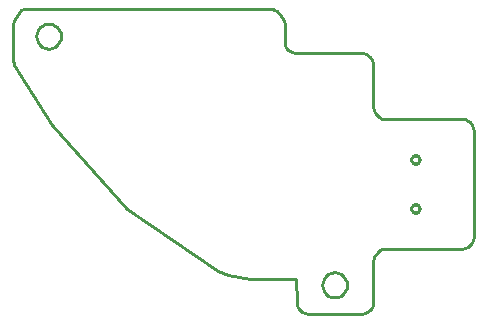
<source format=gbr>
G04 EAGLE Gerber RS-274X export*
G75*
%MOMM*%
%FSLAX34Y34*%
%LPD*%
%IN*%
%IPPOS*%
%AMOC8*
5,1,8,0,0,1.08239X$1,22.5*%
G01*
%ADD10C,0.254000*%


D10*
X234546Y428328D02*
X235227Y423151D01*
X267074Y372640D01*
X331288Y301229D01*
X408194Y249257D01*
X416555Y245760D01*
X435247Y242008D01*
X474292Y242008D01*
X474546Y222850D01*
X474887Y220262D01*
X475886Y217850D01*
X477475Y215779D01*
X479546Y214190D01*
X481958Y213191D01*
X484546Y212850D01*
X529546Y212850D01*
X532134Y213191D01*
X534546Y214190D01*
X536617Y215779D01*
X538206Y217850D01*
X539205Y220262D01*
X539546Y222850D01*
X539546Y257850D01*
X539850Y260159D01*
X540078Y260710D01*
X540344Y261171D01*
X543677Y265317D01*
X545270Y266773D01*
X545447Y266883D01*
X546958Y267509D01*
X549546Y267850D01*
X614546Y267850D01*
X617134Y268191D01*
X619546Y269190D01*
X621617Y270779D01*
X623206Y272850D01*
X624205Y275262D01*
X624546Y277850D01*
X624546Y367850D01*
X624205Y370438D01*
X623206Y372850D01*
X621617Y374921D01*
X619546Y376510D01*
X617134Y377509D01*
X614546Y377850D01*
X549546Y377850D01*
X546958Y378191D01*
X544546Y379190D01*
X542475Y380779D01*
X540886Y382850D01*
X539887Y385262D01*
X539546Y387850D01*
X539546Y422850D01*
X539205Y425438D01*
X538206Y427850D01*
X536617Y429921D01*
X533426Y432734D01*
X531014Y433733D01*
X530684Y433797D01*
X475684Y433797D01*
X472804Y433762D01*
X470392Y434761D01*
X467475Y435779D01*
X465886Y437850D01*
X464887Y440262D01*
X464546Y442850D01*
X464546Y457850D01*
X464205Y460438D01*
X463206Y462850D01*
X461617Y464921D01*
X457743Y469426D01*
X455331Y470425D01*
X454457Y470837D01*
X244457Y470837D01*
X243982Y470717D01*
X241570Y469718D01*
X237475Y464921D01*
X235886Y462850D01*
X234887Y460438D01*
X234546Y457850D01*
X234546Y428328D01*
X254046Y447850D02*
X254404Y445132D01*
X255453Y442600D01*
X257121Y440425D01*
X259296Y438757D01*
X261828Y437708D01*
X264546Y437350D01*
X267264Y437708D01*
X269796Y438757D01*
X271971Y440425D01*
X273639Y442600D01*
X274688Y445132D01*
X275046Y447850D01*
X274956Y449220D01*
X274688Y450567D01*
X273639Y453100D01*
X271971Y455274D01*
X269796Y456943D01*
X267264Y457992D01*
X264546Y458350D01*
X261828Y457992D01*
X259296Y456943D01*
X257121Y455274D01*
X255453Y453100D01*
X254404Y450567D01*
X254046Y447850D01*
X496286Y237360D02*
X496644Y234642D01*
X497693Y232110D01*
X499361Y229935D01*
X501536Y228267D01*
X504068Y227218D01*
X506786Y226860D01*
X509504Y227218D01*
X512036Y228267D01*
X514211Y229935D01*
X515879Y232110D01*
X516928Y234642D01*
X517286Y237360D01*
X517196Y238730D01*
X516928Y240077D01*
X515879Y242610D01*
X514211Y244784D01*
X512036Y246453D01*
X509504Y247502D01*
X506786Y247860D01*
X504068Y247502D01*
X501536Y246453D01*
X499361Y244784D01*
X497693Y242610D01*
X496644Y240077D01*
X496286Y237360D01*
X575407Y340041D02*
X575862Y340101D01*
X576305Y340219D01*
X576729Y340395D01*
X577126Y340624D01*
X577490Y340904D01*
X577814Y341228D01*
X578094Y341592D01*
X578323Y341990D01*
X578499Y342413D01*
X578617Y342857D01*
X578677Y343311D01*
X578677Y343770D01*
X578617Y344225D01*
X578499Y344668D01*
X578323Y345092D01*
X578094Y345490D01*
X577814Y345854D01*
X577490Y346178D01*
X577126Y346457D01*
X576729Y346687D01*
X576305Y346862D01*
X575862Y346981D01*
X575407Y347041D01*
X574948Y347041D01*
X574493Y346981D01*
X574050Y346862D01*
X573626Y346687D01*
X573229Y346457D01*
X572865Y346178D01*
X572540Y345854D01*
X572261Y345490D01*
X572032Y345092D01*
X571856Y344668D01*
X571737Y344225D01*
X571677Y343770D01*
X571677Y343311D01*
X571737Y342857D01*
X571856Y342413D01*
X572032Y341990D01*
X572261Y341592D01*
X572540Y341228D01*
X572865Y340904D01*
X573229Y340624D01*
X573626Y340395D01*
X574050Y340219D01*
X574493Y340101D01*
X574948Y340041D01*
X575407Y340041D01*
X575407Y298541D02*
X575862Y298601D01*
X576305Y298719D01*
X576729Y298895D01*
X577126Y299124D01*
X577490Y299404D01*
X577814Y299728D01*
X578094Y300092D01*
X578323Y300490D01*
X578499Y300913D01*
X578617Y301357D01*
X578677Y301811D01*
X578677Y302270D01*
X578617Y302725D01*
X578499Y303168D01*
X578323Y303592D01*
X578094Y303990D01*
X577814Y304354D01*
X577490Y304678D01*
X577126Y304957D01*
X576729Y305187D01*
X576305Y305362D01*
X575862Y305481D01*
X575407Y305541D01*
X574948Y305541D01*
X574493Y305481D01*
X574050Y305362D01*
X573626Y305187D01*
X573229Y304957D01*
X572865Y304678D01*
X572540Y304354D01*
X572261Y303990D01*
X572032Y303592D01*
X571856Y303168D01*
X571737Y302725D01*
X571677Y302270D01*
X571677Y301811D01*
X571737Y301357D01*
X571856Y300913D01*
X572032Y300490D01*
X572261Y300092D01*
X572540Y299728D01*
X572865Y299404D01*
X573229Y299124D01*
X573626Y298895D01*
X574050Y298719D01*
X574493Y298601D01*
X574948Y298541D01*
X575407Y298541D01*
M02*

</source>
